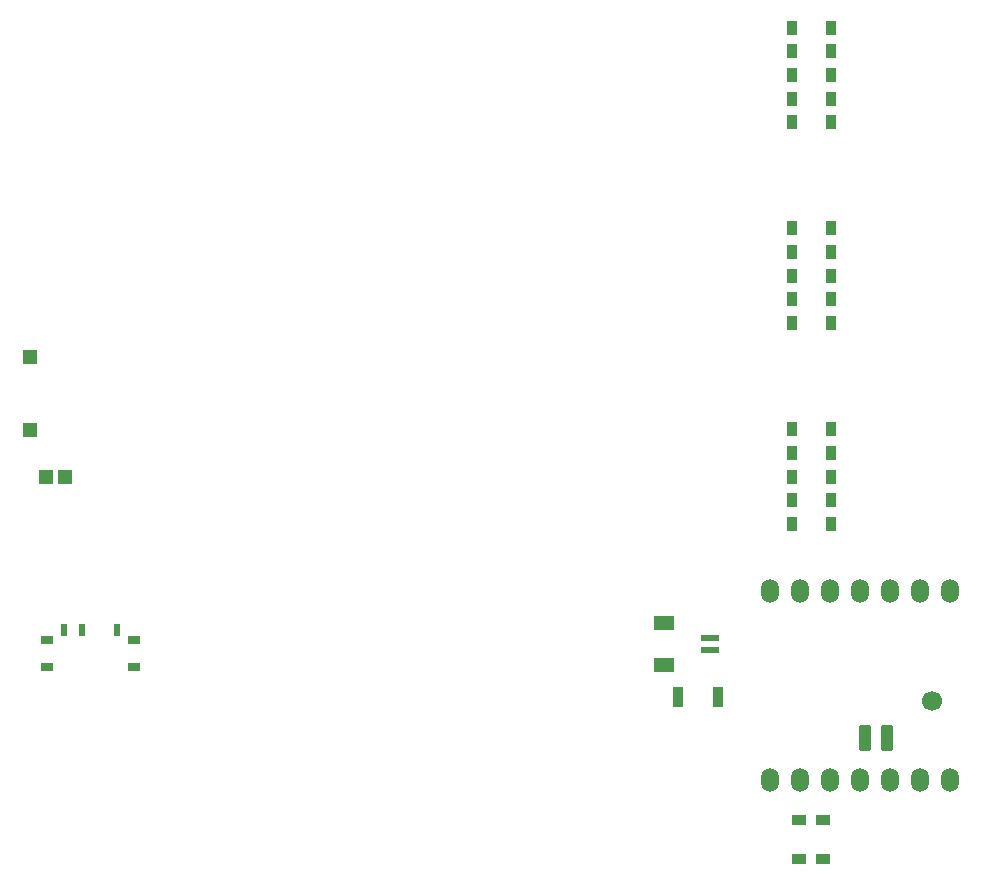
<source format=gbr>
%TF.GenerationSoftware,KiCad,Pcbnew,7.0.9*%
%TF.CreationDate,2025-02-09T18:02:53-08:00*%
%TF.ProjectId,Dyad_left_routes,44796164-5f6c-4656-9674-5f726f757465,v1.0.0*%
%TF.SameCoordinates,Original*%
%TF.FileFunction,Paste,Bot*%
%TF.FilePolarity,Positive*%
%FSLAX46Y46*%
G04 Gerber Fmt 4.6, Leading zero omitted, Abs format (unit mm)*
G04 Created by KiCad (PCBNEW 7.0.9) date 2025-02-09 18:02:53*
%MOMM*%
%LPD*%
G01*
G04 APERTURE LIST*
G04 Aperture macros list*
%AMRoundRect*
0 Rectangle with rounded corners*
0 $1 Rounding radius*
0 $2 $3 $4 $5 $6 $7 $8 $9 X,Y pos of 4 corners*
0 Add a 4 corners polygon primitive as box body*
4,1,4,$2,$3,$4,$5,$6,$7,$8,$9,$2,$3,0*
0 Add four circle primitives for the rounded corners*
1,1,$1+$1,$2,$3*
1,1,$1+$1,$4,$5*
1,1,$1+$1,$6,$7*
1,1,$1+$1,$8,$9*
0 Add four rect primitives between the rounded corners*
20,1,$1+$1,$2,$3,$4,$5,0*
20,1,$1+$1,$4,$5,$6,$7,0*
20,1,$1+$1,$6,$7,$8,$9,0*
20,1,$1+$1,$8,$9,$2,$3,0*%
G04 Aperture macros list end*
%ADD10R,1.800000X1.200000*%
%ADD11R,1.550000X0.600000*%
%ADD12R,1.200000X0.900000*%
%ADD13R,0.900000X1.200000*%
%ADD14R,1.200000X1.200000*%
%ADD15R,1.000000X0.700000*%
%ADD16R,0.600000X1.000000*%
%ADD17R,1.200000X1.300000*%
%ADD18RoundRect,0.750000X0.000000X-0.250000X0.000000X-0.250000X0.000000X0.250000X0.000000X0.250000X0*%
%ADD19RoundRect,0.275000X-0.275000X-0.825000X0.275000X-0.825000X0.275000X0.825000X-0.275000X0.825000X0*%
%ADD20C,1.700000*%
%ADD21R,0.900000X1.700000*%
G04 APERTURE END LIST*
D10*
%TO.C,*%
X50575000Y-6000000D03*
X50575000Y-2400000D03*
D11*
X54450000Y-4700000D03*
X54450000Y-3700000D03*
%TD*%
D12*
%TO.C,*%
X64000000Y-19050000D03*
X64000000Y-22350000D03*
%TD*%
D13*
%TO.C,*%
X64650000Y10000000D03*
X61350000Y10000000D03*
%TD*%
%TO.C,*%
X64650000Y14000000D03*
X61350000Y14000000D03*
%TD*%
%TO.C,*%
X64650000Y23000000D03*
X61350000Y23000000D03*
%TD*%
D14*
%TO.C,*%
X-200000Y10000000D03*
X-1800000Y10000000D03*
%TD*%
D13*
%TO.C,*%
X64650000Y31000000D03*
X61350000Y31000000D03*
%TD*%
%TO.C,*%
X64650000Y27000000D03*
X61350000Y27000000D03*
%TD*%
%TO.C,*%
X64650000Y29000000D03*
X61350000Y29000000D03*
%TD*%
%TO.C,*%
X64650000Y8000000D03*
X61350000Y8000000D03*
%TD*%
D15*
%TO.C,S20*%
X-1700000Y-6150000D03*
X5700000Y-6150000D03*
X-1700000Y-3850000D03*
X5700000Y-3850000D03*
D16*
X-225000Y-3000000D03*
X1225000Y-3000000D03*
X4225000Y-3000000D03*
%TD*%
D13*
%TO.C,*%
X64650000Y42000000D03*
X61350000Y42000000D03*
%TD*%
%TO.C,*%
X64650000Y12000000D03*
X61350000Y12000000D03*
%TD*%
D17*
%TO.C,*%
X-3100000Y20100000D03*
X-3100000Y13900000D03*
%TD*%
D13*
%TO.C,*%
X64650000Y25000000D03*
X61350000Y25000000D03*
%TD*%
%TO.C,*%
X64650000Y44000000D03*
X61350000Y44000000D03*
%TD*%
D18*
%TO.C,S21*%
X69698980Y300000D03*
X74778148Y300000D03*
D19*
X67538210Y-12148890D03*
X69443210Y-12148890D03*
D18*
X74778148Y-15700000D03*
X72238980Y-15700000D03*
X69698980Y-15700000D03*
X67158980Y-15700000D03*
X64618980Y-15700000D03*
X62078980Y-15700000D03*
X59538980Y-15700000D03*
X59538980Y300000D03*
X62078980Y300000D03*
X64618980Y300000D03*
X67158980Y300000D03*
X72238980Y300000D03*
D20*
X73255000Y-8970000D03*
%TD*%
D21*
%TO.C,*%
X55100000Y-8700000D03*
X51700000Y-8700000D03*
%TD*%
D13*
%TO.C,*%
X64650000Y48000000D03*
X61350000Y48000000D03*
%TD*%
%TO.C,*%
X64650000Y46000000D03*
X61350000Y46000000D03*
%TD*%
%TO.C,*%
X64650000Y40000000D03*
X61350000Y40000000D03*
%TD*%
%TO.C,*%
X64650000Y6000000D03*
X61350000Y6000000D03*
%TD*%
D12*
%TO.C,*%
X62000000Y-19050000D03*
X62000000Y-22350000D03*
%TD*%
M02*

</source>
